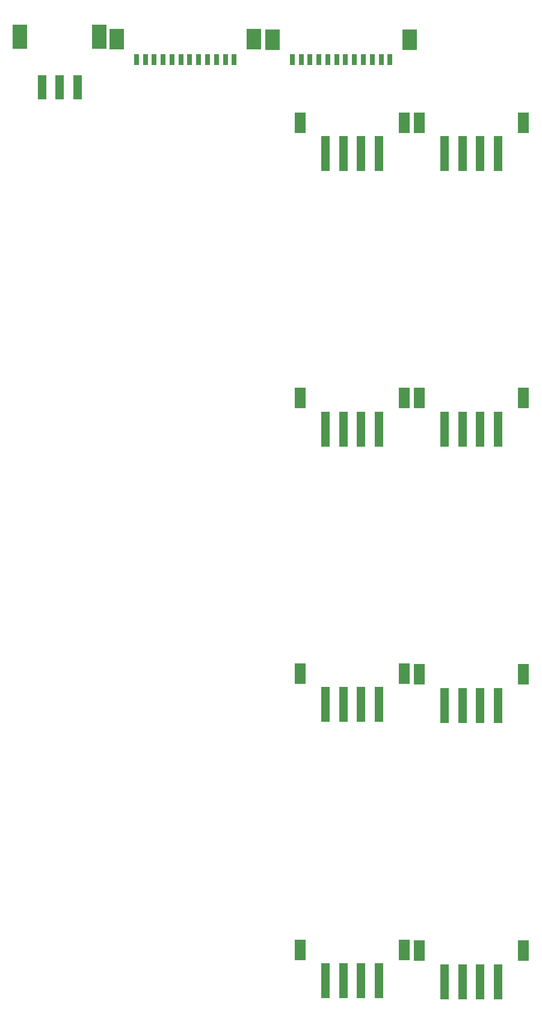
<source format=gtp>
G04*
G04 #@! TF.GenerationSoftware,Altium Limited,Altium Designer,24.0.1 (36)*
G04*
G04 Layer_Color=8421504*
%FSLAX44Y44*%
%MOMM*%
G71*
G04*
G04 #@! TF.SameCoordinates,133CE3EA-F9F0-4B72-99F4-21709E576B51*
G04*
G04*
G04 #@! TF.FilePolarity,Positive*
G04*
G01*
G75*
%ADD15R,1.6000X3.0000*%
%ADD16R,1.2000X5.0000*%
%ADD17R,2.0000X3.5000*%
%ADD18R,1.2000X3.5000*%
%ADD19R,0.8000X1.6000*%
%ADD20R,2.0000X3.0000*%
D15*
X864858Y1107440D02*
D03*
X718338D02*
D03*
X1032560D02*
D03*
X886040D02*
D03*
X1032560Y330200D02*
D03*
X886040D02*
D03*
X864858Y720090D02*
D03*
X718338D02*
D03*
X1032560Y718820D02*
D03*
X886040D02*
D03*
X864858Y1494790D02*
D03*
X718338D02*
D03*
X1032560D02*
D03*
X886040D02*
D03*
X864858Y331470D02*
D03*
X718338D02*
D03*
D16*
X779098Y1063450D02*
D03*
X754098D02*
D03*
X804098D02*
D03*
X829098D02*
D03*
X946800D02*
D03*
X921800D02*
D03*
X971800D02*
D03*
X996800D02*
D03*
X946800Y286210D02*
D03*
X921800D02*
D03*
X971800D02*
D03*
X996800D02*
D03*
X779098Y676100D02*
D03*
X754098D02*
D03*
X804098D02*
D03*
X829098D02*
D03*
X946800Y674830D02*
D03*
X921800D02*
D03*
X971800D02*
D03*
X996800D02*
D03*
X779098Y1450800D02*
D03*
X754098D02*
D03*
X804098D02*
D03*
X829098D02*
D03*
X946800D02*
D03*
X921800D02*
D03*
X971800D02*
D03*
X996800D02*
D03*
X779098Y287480D02*
D03*
X754098D02*
D03*
X804098D02*
D03*
X829098D02*
D03*
D17*
X435500Y1615350D02*
D03*
X323960D02*
D03*
D18*
X404730Y1544040D02*
D03*
X379730D02*
D03*
X354730D02*
D03*
D19*
X707158Y1583524D02*
D03*
X719658D02*
D03*
X844658D02*
D03*
X832158D02*
D03*
X819658D02*
D03*
X807158D02*
D03*
X794658D02*
D03*
X782158D02*
D03*
X769658D02*
D03*
X757158D02*
D03*
X744658D02*
D03*
X732158D02*
D03*
X487880Y1583690D02*
D03*
X500380D02*
D03*
X625380D02*
D03*
X612880D02*
D03*
X600380D02*
D03*
X587880D02*
D03*
X575380D02*
D03*
X562880D02*
D03*
X550380D02*
D03*
X537880D02*
D03*
X525380D02*
D03*
X512880D02*
D03*
D20*
X872090Y1611630D02*
D03*
X679450D02*
D03*
X652812Y1611796D02*
D03*
X460172D02*
D03*
M02*

</source>
